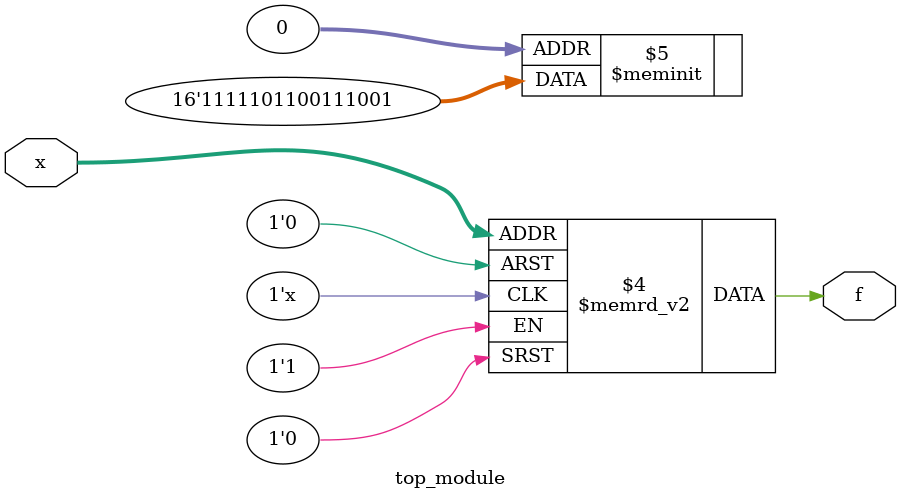
<source format=sv>
module top_module (
    input [4:1] x,
    output logic f
);

always_comb begin
    case (x)
        4'b0000: f = 1;
        4'b0001: f = 0;
        4'b0010: f = 0;
        4'b0011: f = 1;
        4'b0100: f = 1;
        4'b0101: f = 1;
        4'b0110: f = 0;
        4'b0111: f = 0;
        4'b1000: f = 1;
        4'b1001: f = 1;
        4'b1010: f = 0;
        default: f = 1;
    endcase
end

endmodule

</source>
